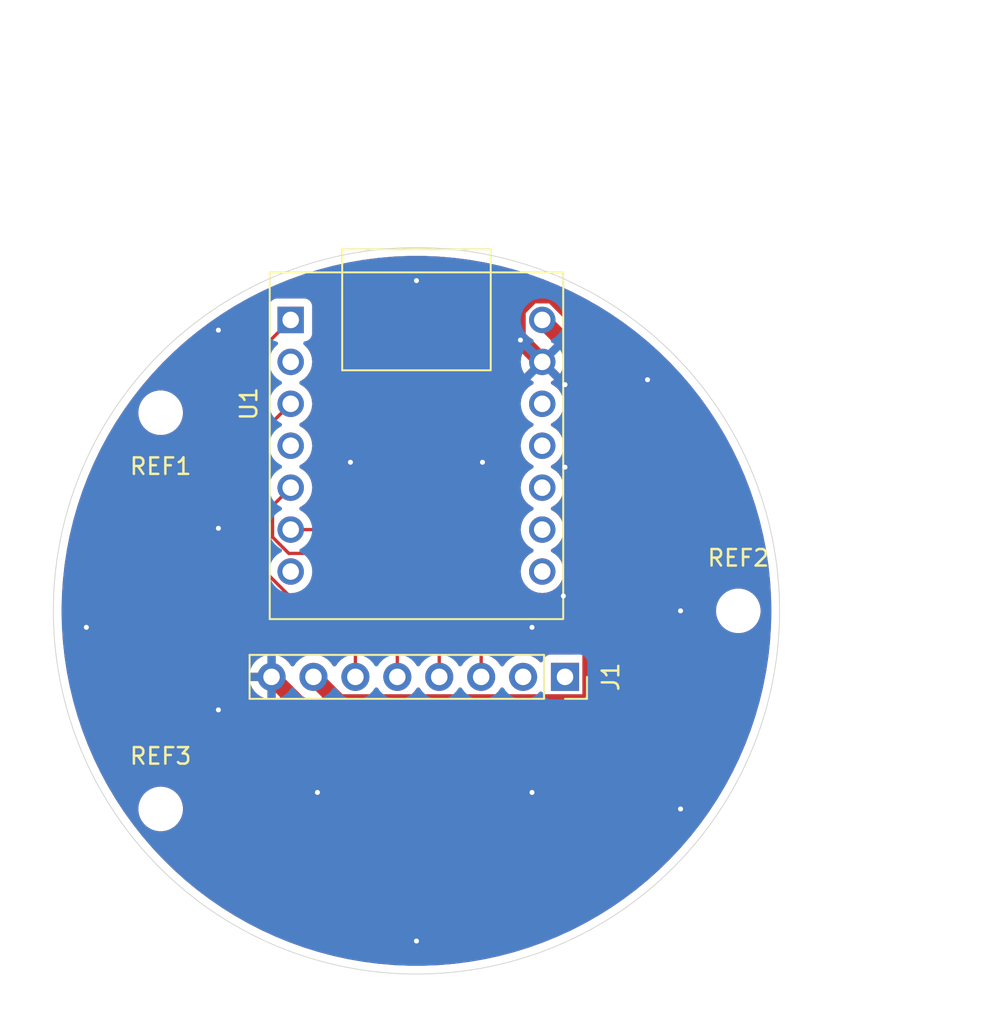
<source format=kicad_pcb>
(kicad_pcb (version 20240108) (generator "pcbnew") (generator_version "8.0")
  (layers (0 "F.Cu" signal) (31 "B.Cu" signal) (34 "B.Paste" user) (35 "F.Paste" user) (36 "B.SilkS" user "B.Silkscreen") (37 "F.SilkS" user "F.Silkscreen") (38 "B.Mask" user) (39 "F.Mask" user) (44 "Edge.Cuts" user))
  (net 0 "")
  (net 1 "Net-(J1-Pin_5)")
  (net 3 "Net-(J1-Pin_6)")
  (net 4 "Net-(J1-Pin_4)")
  (net 6 "+5V")
  (net 7 "GND")
  (net 8 "Net-(J1-Pin_3)")
  (footprint "MountingHole:MountingHole_2.2mm_M2" (layer "F.Cu") (at 137.5 115)
    (property "Reference" "REF3" (at 0 -3.2 0) (layer "F.SilkS"))
    (property "Value" "MountingHole_2.2mm_M2")
    (pad "" np_thru_hole circle (at 0 0) (size 2.2 2.2) (drill 2.2) (layers "*.Cu" "*.Mask"))
  )
  (footprint "XIAO_PCB:MOUDLE14P-2.54-21X17.8MM" (layer "F.Cu") (at 153 93 90)
    (property "Reference" "U1" (at 2.54 -10.16 90) (layer "F.SilkS"))
    (property "Value" "MOUDLE-SEEEDUINO-XIAO")
    (fp_rect (start -10.5 -8.89) (end 10.5 8.89) (stroke (width 0.12)) (fill none) (layer "F.SilkS"))
    (fp_rect (start 4.57 -4.5) (end 11.9 4.5) (stroke (width 0.12)) (fill none) (layer "F.SilkS"))
    (pad "1" thru_hole rect (at 7.62 -7.62 90) (size 1.6 1.6) (drill 1) (layers "*.Cu" "*.Mask") (net 3 "Net-(J1-Pin_6)"))
    (pad "2" thru_hole circle (at 5.08 -7.62 90) (size 1.6 1.6) (drill 1) (layers "*.Cu" "*.Mask"))
    (pad "3" thru_hole circle (at 2.54 -7.62 90) (size 1.6 1.6) (drill 1) (layers "*.Cu" "*.Mask") (net 1 "Net-(J1-Pin_5)"))
    (pad "4" thru_hole circle (at 0 -7.62 90) (size 1.6 1.6) (drill 1) (layers "*.Cu" "*.Mask"))
    (pad "5" thru_hole circle (at -2.54 -7.62 90) (size 1.6 1.6) (drill 1) (layers "*.Cu" "*.Mask") (net 4 "Net-(J1-Pin_4)"))
    (pad "6" thru_hole circle (at -5.08 -7.62 90) (size 1.6 1.6) (drill 1) (layers "*.Cu" "*.Mask") (net 8 "Net-(J1-Pin_3)"))
    (pad "7" thru_hole circle (at -7.62 -7.62 90) (size 1.6 1.6) (drill 1) (layers "*.Cu" "*.Mask"))
    (pad "8" thru_hole circle (at -7.62 7.62 90) (size 1.6 1.6) (drill 1) (layers "*.Cu" "*.Mask"))
    (pad "9" thru_hole circle (at -5.08 7.62 90) (size 1.6 1.6) (drill 1) (layers "*.Cu" "*.Mask"))
    (pad "10" thru_hole circle (at -2.54 7.62 90) (size 1.6 1.6) (drill 1) (layers "*.Cu" "*.Mask"))
    (pad "11" thru_hole circle (at 0 7.62 90) (size 1.6 1.6) (drill 1) (layers "*.Cu" "*.Mask"))
    (pad "12" thru_hole circle (at 2.54 7.62 90) (size 1.6 1.6) (drill 1) (layers "*.Cu" "*.Mask"))
    (pad "13" thru_hole circle (at 5.08 7.62 90) (size 1.6 1.6) (drill 1) (layers "*.Cu" "*.Mask") (net 7 "GND"))
    (pad "14" thru_hole circle (at 7.62 7.62 90) (size 1.6 1.6) (drill 1) (layers "*.Cu" "*.Mask") (net 6 "+5V"))
  )
  (footprint "MountingHole:MountingHole_2.2mm_M2" (layer "F.Cu") (at 172.5 103)
    (property "Reference" "REF2" (at 0 -3.2 0) (layer "F.SilkS"))
    (property "Value" "MountingHole_2.2mm_M2")
    (pad "" np_thru_hole circle (at 0 0) (size 2.2 2.2) (drill 2.2) (layers "*.Cu" "*.Mask"))
  )
  (footprint "MountingHole:MountingHole_2.2mm_M2" (layer "F.Cu") (at 137.5 91)
    (property "Reference" "REF1" (at 0 3.25 0) (layer "F.SilkS"))
    (property "Value" "MountingHole_2.2mm_M2")
    (pad "" np_thru_hole circle (at 0 0) (size 2.2 2.2) (drill 2.2) (layers "*.Cu" "*.Mask"))
  )
  (footprint "Connector_PinSocket_2.54mm:PinSocket_1x08_P2.54mm_Vertical" (layer "F.Cu") (at 162 107 -90)
    (property "Reference" "J1" (at 0 -2.77 90) (layer "F.SilkS"))
    (property "Value" "Conn_01x08_Socket")
    (fp_line (start -1.33 19.11) (end 1.33 19.11) (stroke (width 0.12)) (layer "F.SilkS"))
    (fp_line (start -1.33 1.27) (end -1.33 19.11) (stroke (width 0.12)) (layer "F.SilkS"))
    (fp_line (start -1.33 1.27) (end 1.33 1.27) (stroke (width 0.12)) (layer "F.SilkS"))
    (fp_line (start 1.33 1.27) (end 1.33 19.11) (stroke (width 0.12)) (layer "F.SilkS"))
    (fp_line (start 0 -1.33) (end 1.33 -1.33) (stroke (width 0.12)) (layer "F.SilkS"))
    (fp_line (start 1.33 -1.33) (end 1.33 0) (stroke (width 0.12)) (layer "F.SilkS"))
    (pad "1" thru_hole rect (at 0 0 270) (size 1.7 1.7) (drill 1) (layers "*.Cu" "*.Mask"))
    (pad "2" thru_hole oval (at 0 2.54 270) (size 1.7 1.7) (drill 1) (layers "*.Cu" "*.Mask"))
    (pad "3" thru_hole oval (at 0 5.08 270) (size 1.7 1.7) (drill 1) (layers "*.Cu" "*.Mask") (net 8 "Net-(J1-Pin_3)"))
    (pad "4" thru_hole oval (at 0 7.62 270) (size 1.7 1.7) (drill 1) (layers "*.Cu" "*.Mask") (net 4 "Net-(J1-Pin_4)"))
    (pad "5" thru_hole oval (at 0 10.16 270) (size 1.7 1.7) (drill 1) (layers "*.Cu" "*.Mask") (net 1 "Net-(J1-Pin_5)"))
    (pad "6" thru_hole oval (at 0 12.7 270) (size 1.7 1.7) (drill 1) (layers "*.Cu" "*.Mask") (net 3 "Net-(J1-Pin_6)"))
    (pad "7" thru_hole oval (at 0 15.24 270) (size 1.7 1.7) (drill 1) (layers "*.Cu" "*.Mask") (net 6 "+5V"))
    (pad "8" thru_hole oval (at 0 17.78 270) (size 1.7 1.7) (drill 1) (layers "*.Cu" "*.Mask") (net 7 "GND"))
  )
  (gr_circle (center 153 103) (end 175 103) (stroke (width 0.05)) (fill none) (layer "Edge.Cuts"))
  (segment (start 150 103) (end 151.84 104.84) (width 0.2) (layer "F.Cu") (net 1))
  (segment (start 143.88 91.96) (end 143.88 100.675635) (width 0.2) (layer "F.Cu") (net 1))
  (segment (start 143.88 100.675635) (end 146.204365 103) (width 0.2) (layer "F.Cu") (net 1))
  (segment (start 145.38 90.46) (end 143.88 91.96) (width 0.2) (layer "F.Cu") (net 1))
  (segment (start 151.84 104.84) (end 151.84 107) (width 0.2) (layer "F.Cu") (net 1))
  (segment (start 146.204365 103) (end 150 103) (width 0.2) (layer "F.Cu") (net 1))
  (segment (start 145.38 85.38) (end 143 87.76) (width 0.2) (layer "F.Cu") (net 3))
  (segment (start 146 104) (end 148 104) (width 0.2) (layer "F.Cu") (net 3))
  (segment (start 149.3 105.3) (end 149.3 107) (width 0.2) (layer "F.Cu") (net 3))
  (segment (start 143 101) (end 146 104) (width 0.2) (layer "F.Cu") (net 3))
  (segment (start 148 104) (end 149.3 105.3) (width 0.2) (layer "F.Cu") (net 3))
  (segment (start 143 87.76) (end 143 101) (width 0.2) (layer "F.Cu") (net 3))
  (segment (start 145.264365 99.52) (end 152.52 99.52) (width 0.2) (layer "F.Cu") (net 4))
  (segment (start 154.38 101.38) (end 154.38 107) (width 0.2) (layer "F.Cu") (net 4))
  (segment (start 145.38 95.54) (end 144.28 96.64) (width 0.2) (layer "F.Cu") (net 4))
  (segment (start 152.52 99.52) (end 154.38 101.38) (width 0.2) (layer "F.Cu") (net 4))
  (segment (start 144.28 96.64) (end 144.28 98.535635) (width 0.2) (layer "F.Cu") (net 4))
  (segment (start 144.28 98.535635) (end 145.264365 99.52) (width 0.2) (layer "F.Cu") (net 4))
  (segment (start 148.31 108.55) (end 146.76 107) (width 1) (layer "F.Cu") (net 6))
  (segment (start 160.62 85.38) (end 163.55 88.31) (width 1) (layer "F.Cu") (net 6))
  (segment (start 163.45 108.55) (end 148.31 108.55) (width 1) (layer "F.Cu") (net 6))
  (segment (start 163.55 88.31) (end 163.55 108.45) (width 1) (layer "F.Cu") (net 6))
  (segment (start 163.55 108.45) (end 163.45 108.55) (width 1) (layer "F.Cu") (net 6))
  (segment (start 159.998679 83.88) (end 161.241321 83.88) (width 1) (layer "F.Cu") (net 7))
  (segment (start 161.241321 83.88) (end 165 87.638679) (width 1) (layer "F.Cu") (net 7))
  (segment (start 147.22 110) (end 144.22 107) (width 1) (layer "F.Cu") (net 7))
  (segment (start 163.697056 110) (end 147.22 110) (width 1) (layer "F.Cu") (net 7))
  (segment (start 159.3 86.6) (end 159.12 86.42) (width 1) (layer "F.Cu") (net 7))
  (segment (start 159.12 86.42) (end 159.12 84.758679) (width 1) (layer "F.Cu") (net 7))
  (segment (start 165 87.638679) (end 165 108.697056) (width 1) (layer "F.Cu") (net 7))
  (segment (start 160.62 87.92) (end 159.3 86.6) (width 1) (layer "F.Cu") (net 7))
  (segment (start 165 108.697056) (end 163.697056 110) (width 1) (layer "F.Cu") (net 7))
  (segment (start 159.12 84.758679) (end 159.998679 83.88) (width 1) (layer "F.Cu") (net 7))
  (via (at 149 94) (size 0.6) (drill 0.3) (layers "F.Cu" "B.Cu") (net 7))
  (via (at 141 98) (size 0.6) (drill 0.3) (layers "F.Cu" "B.Cu") (net 7))
  (via (at 160 114) (size 0.6) (drill 0.3) (layers "F.Cu" "B.Cu") (net 7))
  (via (at 157 94) (size 0.6) (drill 0.3) (layers "F.Cu" "B.Cu") (net 7))
  (via (at 162 94.3) (size 0.6) (drill 0.3) (layers "F.Cu" "B.Cu") (net 7))
  (via (at 153 83) (size 0.6) (drill 0.3) (layers "F.Cu" "B.Cu") (net 7))
  (via (at 162 89.3) (size 0.6) (drill 0.3) (layers "F.Cu" "B.Cu") (net 7))
  (via (at 153 123) (size 0.6) (drill 0.3) (layers "F.Cu" "B.Cu") (net 7))
  (via (at 147 114) (size 0.6) (drill 0.3) (layers "F.Cu" "B.Cu") (net 7))
  (via (at 133 104) (size 0.6) (drill 0.3) (layers "F.Cu" "B.Cu") (net 7))
  (via (at 141 109) (size 0.6) (drill 0.3) (layers "F.Cu" "B.Cu") (net 7))
  (via (at 169 115) (size 0.6) (drill 0.3) (layers "F.Cu" "B.Cu") (net 7))
  (via (at 159.3 86.6) (size 0.6) (drill 0.3) (layers "F.Cu" "B.Cu") (net 7))
  (via (at 167 89) (size 0.6) (drill 0.3) (layers "F.Cu" "B.Cu") (net 7))
  (via (at 141 86) (size 0.6) (drill 0.3) (layers "F.Cu" "B.Cu") (net 7))
  (via (at 161.9 102.1) (size 0.6) (drill 0.3) (layers "F.Cu" "B.Cu") (net 7))
  (via (at 160 104) (size 0.6) (drill 0.3) (layers "F.Cu" "B.Cu") (net 7))
  (via (at 169 103) (size 0.6) (drill 0.3) (layers "F.Cu" "B.Cu") (net 7))
  (segment (start 145.38 98.08) (end 154.08 98.08) (width 0.2) (layer "F.Cu") (net 8))
  (segment (start 156.92 100.92) (end 156.92 107) (width 0.2) (layer "F.Cu") (net 8))
  (segment (start 154.08 98.08) (end 156.92 100.92) (width 0.2) (layer "F.Cu") (net 8))
  (zone (net 7) (net_name "GND") (layer "F.Cu") (connect_pads (clearance 0.5)) (min_thickness 0.25) (fill yes (thermal_gap 0.5) (thermal_bridge_width 0.5) (smoothing chamfer) (radius 2))
    (polygon (pts (xy 178 78) (xy 178 128) (xy 128 128) (xy 128 78)))
  )
  (zone (net 7) (net_name "GND") (layer "B.Cu") (priority 1) (connect_pads (clearance 0.5)) (min_thickness 0.25) (fill yes (thermal_gap 0.5) (thermal_bridge_width 0.5))
    (polygon (pts (xy 128 78) (xy 178 78) (xy 178 128) (xy 128 128)))
  )
)
</source>
